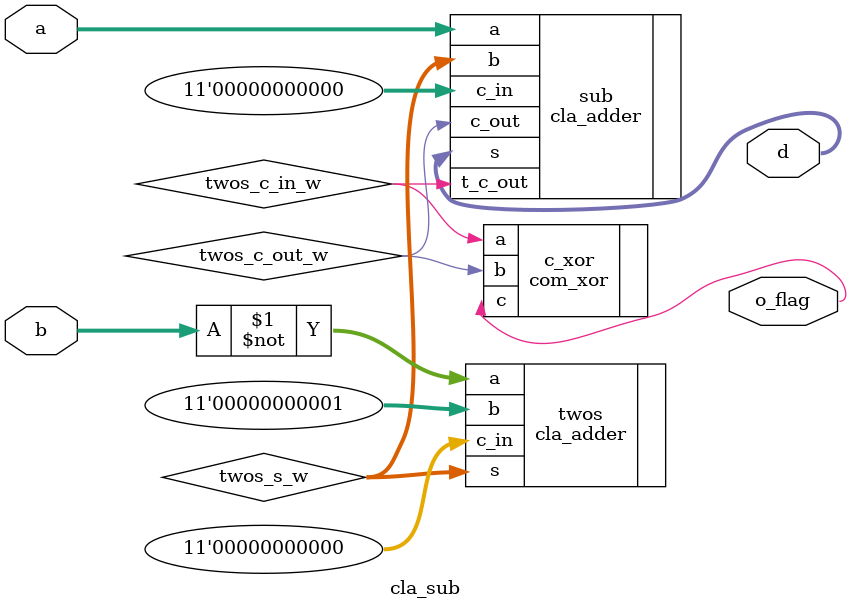
<source format=v>
`timescale 1ns / 1ps


// Carry lookahead subtractor
// Performs a - b
module cla_sub(
    //A input
    input [10:0]a,
    //B input
    input [10:0]b,
    
    //Difference output
    output [10:0]d,
    //Overflow flag output
    output o_flag
    );
    
    wire [10:0] twos_s_w;
    wire twos_c_out_w;
    wire twos_c_in_w;
    
    // Compute the two's compliment of b to get negative b
    // Invert and add one
    cla_adder twos(
        .c_in(11'd0),
        .a(~b), 
        .b(11'd1),
        .s(twos_s_w)
    );
    
    // Add a and negative b to perform subtraction
    cla_adder sub(
        .c_in(11'd0),
        .a(a),
        .b(twos_s_w),
        .s(d),
        .t_c_out(twos_c_in_w),
        .c_out(twos_c_out_w)
    );
    
    //Determine if an overflow has occured by xor
    com_xor #(1)c_xor(
        .a(twos_c_in_w),
        .b(twos_c_out_w),
        .c(o_flag)
    );
    
endmodule

</source>
